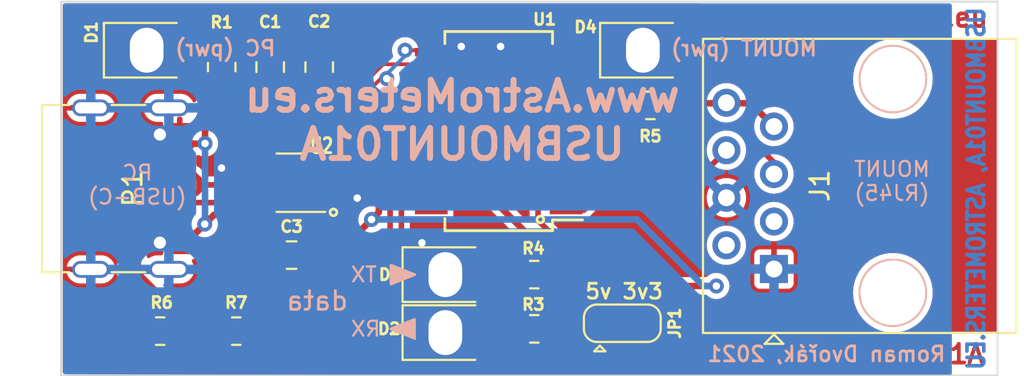
<source format=kicad_pcb>
(kicad_pcb (version 20221018) (generator pcbnew)
  (layers (0 "F.Cu" signal) (31 "B.Cu" signal) (34 "B.Paste" user) (35 "F.Paste" user) (36 "B.SilkS" user "B.Silkscreen") (37 "F.SilkS" user "F.Silkscreen") (38 "B.Mask" user) (39 "F.Mask" user) (44 "Edge.Cuts" user))
  (net 0 "")
  (net 1 "GND")
  (net 2 "Net-(D1-A)")
  (net 3 "/D+")
  (net 4 "/D-")
  (net 5 "Net-(D2-A)")
  (net 6 "Net-(D3-A)")
  (net 7 "Net-(D4-A)")
  (net 8 "Net-(JP1-C)")
  (net 9 "Net-(P1-CC1)")
  (net 11 "+12V")
  (net 12 "RXD")
  (net 13 "TXD")
  (net 14 "+5V")
  (net 15 "+3V3")
  (net 16 "Net-(P1-CC2)")
  (net 27 "/LED_RX")
  (net 28 "/LED_TX")
  (net 29 "/Di+")
  (net 30 "/Di-")
  (footprint "Capacitor_SMD:C_0805_2012Metric_Pad1.18x1.45mm_HandSolder" (layer "F.Cu") (at 137.414 82.4015 -90)
    (fp_text reference "C2" (at -2.4345 0) (layer "F.SilkS") (effects (font (size 0.6 0.6))))
    (fp_text value "0.1uF")
    (fp_line (start -0.261252 -0.735) (end 0.261252 -0.735) (stroke (width 0.12)) (layer "F.SilkS"))
    (fp_line (start -0.261252 0.735) (end 0.261252 0.735) (stroke (width 0.12)) (layer "F.SilkS"))
    (pad "1" smd roundrect (at -1.0375 0 270) (size 1.175 1.45) (layers "F.Cu" "F.Paste" "F.Mask") (roundrect_rratio 0.2127659574) (net 14 "+5V"))
    (pad "2" smd roundrect (at 1.0375 0 270) (size 1.175 1.45) (layers "F.Cu" "F.Paste" "F.Mask") (roundrect_rratio 0.2127659574) (net 1 "GND"))
  )
  (footprint "Resistor_SMD:R_0805_2012Metric_Pad1.20x1.40mm_HandSolder" (layer "F.Cu") (at 155.1 84.45 180)
    (fp_text reference "R5" (at 0 -1.65 180) (layer "F.SilkS") (effects (font (size 0.6 0.6))))
    (fp_text value "1k")
    (fp_line (start -0.227064 -0.735) (end 0.227064 -0.735) (stroke (width 0.12)) (layer "F.SilkS"))
    (fp_line (start -0.227064 0.735) (end 0.227064 0.735) (stroke (width 0.12)) (layer "F.SilkS"))
    (pad "1" smd roundrect (at -1 0 180) (size 1.2 1.4) (layers "F.Cu" "F.Paste" "F.Mask") (roundrect_rratio 0.2083333333) (net 11 "+12V"))
    (pad "2" smd roundrect (at 1 0 180) (size 1.2 1.4) (layers "F.Cu" "F.Paste" "F.Mask") (roundrect_rratio 0.2083333333) (net 7 "Net-(D4-A)"))
  )
  (footprint "Package_SO:SSOP-28_5.3x10.2mm_P0.65mm" (layer "F.Cu") (at 147 85.825 180)
    (fp_text reference "U1" (at -2.45 5.975) (layer "F.SilkS") (effects (font (size 0.6 0.6))))
    (fp_text value "FT232RL")
    (fp_line (start -2.875 -5.325) (end -2.875 -4.75) (stroke (width 0.15)) (layer "F.SilkS"))
    (fp_line (start -2.875 -5.325) (end 2.875 -5.325) (stroke (width 0.15)) (layer "F.SilkS"))
    (fp_line (start -2.875 -4.75) (end -4.475 -4.75) (stroke (width 0.15)) (layer "F.SilkS"))
    (fp_line (start -2.875 5.325) (end -2.875 4.675) (stroke (width 0.15)) (layer "F.SilkS"))
    (fp_line (start -2.875 5.325) (end 2.875 5.325) (stroke (width 0.15)) (layer "F.SilkS"))
    (fp_line (start 2.875 -5.325) (end 2.875 -4.675) (stroke (width 0.15)) (layer "F.SilkS"))
    (fp_line (start 2.875 5.325) (end 2.875 4.675) (stroke (width 0.15)) (layer "F.SilkS"))
    (pad "1" smd rect (at -3.6 -4.225 180) (size 1.75 0.45) (layers "F.Cu" "F.Paste" "F.Mask") (net 13 "TXD"))
    (pad "2" smd rect (at -3.6 -3.575 180) (size 1.75 0.45) (layers "F.Cu" "F.Paste" "F.Mask"))
    (pad "3" smd rect (at -3.6 -2.925 180) (size 1.75 0.45) (layers "F.Cu" "F.Paste" "F.Mask"))
    (pad "4" smd rect (at -3.6 -2.275 180) (size 1.75 0.45) (layers "F.Cu" "F.Paste" "F.Mask") (net 8 "Net-(JP1-C)"))
    (pad "5" smd rect (at -3.6 -1.625 180) (size 1.75 0.45) (layers "F.Cu" "F.Paste" "F.Mask") (net 12 "RXD"))
    (pad "6" smd rect (at -3.6 -0.975 180) (size 1.75 0.45) (layers "F.Cu" "F.Paste" "F.Mask"))
    (pad "7" smd rect (at -3.6 -0.325 180) (size 1.75 0.45) (layers "F.Cu" "F.Paste" "F.Mask") (net 1 "GND"))
    (pad "8" smd rect (at -3.6 0.325 180) (size 1.75 0.45) (layers "F.Cu" "F.Paste" "F.Mask"))
    (pad "9" smd rect (at -3.6 0.975 180) (size 1.75 0.45) (layers "F.Cu" "F.Paste" "F.Mask"))
    (pad "10" smd rect (at -3.6 1.625 180) (size 1.75 0.45) (layers "F.Cu" "F.Paste" "F.Mask"))
    (pad "11" smd rect (at -3.6 2.275 180) (size 1.75 0.45) (layers "F.Cu" "F.Paste" "F.Mask"))
    (pad "12" smd rect (at -3.6 2.925 180) (size 1.75 0.45) (layers "F.Cu" "F.Paste" "F.Mask"))
    (pad "13" smd rect (at -3.6 3.575 180) (size 1.75 0.45) (layers "F.Cu" "F.Paste" "F.Mask"))
    (pad "14" smd rect (at -3.6 4.225 180) (size 1.75 0.45) (layers "F.Cu" "F.Paste" "F.Mask"))
    (pad "15" smd rect (at 3.6 4.225 180) (size 1.75 0.45) (layers "F.Cu" "F.Paste" "F.Mask") (net 29 "/Di+"))
    (pad "16" smd rect (at 3.6 3.575 180) (size 1.75 0.45) (layers "F.Cu" "F.Paste" "F.Mask") (net 30 "/Di-"))
    (pad "17" smd rect (at 3.6 2.925 180) (size 1.75 0.45) (layers "F.Cu" "F.Paste" "F.Mask") (net 15 "+3V3"))
    (pad "18" smd rect (at 3.6 2.275 180) (size 1.75 0.45) (layers "F.Cu" "F.Paste" "F.Mask") (net 1 "GND"))
    (pad "19" smd rect (at 3.6 1.625 180) (size 1.75 0.45) (layers "F.Cu" "F.Paste" "F.Mask"))
    (pad "20" smd rect (at 3.6 0.975 180) (size 1.75 0.45) (layers "F.Cu" "F.Paste" "F.Mask") (net 14 "+5V"))
    (pad "21" smd rect (at 3.6 0.325 180) (size 1.75 0.45) (layers "F.Cu" "F.Paste" "F.Mask") (net 1 "GND"))
    (pad "22" smd rect (at 3.6 -0.325 180) (size 1.75 0.45) (layers "F.Cu" "F.Paste" "F.Mask") (net 27 "/LED_RX"))
    (pad "23" smd rect (at 3.6 -0.975 180) (size 1.75 0.45) (layers "F.Cu" "F.Paste" "F.Mask") (net 28 "/LED_TX"))
    (pad "24" smd rect (at 3.6 -1.625 180) (size 1.75 0.45) (layers "F.Cu" "F.Paste" "F.Mask"))
    (pad "25" smd rect (at 3.6 -2.275 180) (size 1.75 0.45) (layers "F.Cu" "F.Paste" "F.Mask") (net 1 "GND"))
    (pad "26" smd rect (at 3.6 -2.925 180) (size 1.75 0.45) (layers "F.Cu" "F.Paste" "F.Mask") (net 1 "GND"))
    (pad "27" smd rect (at 3.6 -3.575 180) (size 1.75 0.45) (layers "F.Cu" "F.Paste" "F.Mask"))
    (pad "28" smd rect (at 3.6 -4.225 180) (size 1.75 0.45) (layers "F.Cu" "F.Paste" "F.Mask"))
  )
  (footprint "LED_SMD:LED_1206_3216Metric_ReverseMount_Hole1.8x2.4mm" (layer "F.Cu") (at 128.2 81.5)
    (fp_text reference "D1" (at -2.95 -0.95 90) (layer "F.SilkS") (effects (font (size 0.6 0.6))))
    (fp_text value "RED")
    (fp_line (start -2.285 -1.46) (end -2.285 1.46) (stroke (width 0.12)) (layer "F.SilkS"))
    (fp_line (start -2.285 1.46) (end 1.6 1.46) (stroke (width 0.12)) (layer "F.SilkS"))
    (fp_line (start 1.6 -1.46) (end -2.285 -1.46) (stroke (width 0.12)) (layer "F.SilkS"))
    (pad "" np_thru_hole oval (at 0 0) (size 1.8 2.4) (drill oval 1.8 2.4) (layers "*.Cu" "*.Mask"))
    (pad "1" smd roundrect (at -1.55 0) (size 0.95 1.75) (layers "F.Cu" "F.Paste" "F.Mask") (roundrect_rratio 0.2) (net 1 "GND"))
    (pad "2" smd roundrect (at 1.55 0) (size 0.95 1.75) (layers "F.Cu" "F.Paste" "F.Mask") (roundrect_rratio 0.2) (net 2 "Net-(D1-A)"))
  )
  (footprint "Package_TO_SOT_SMD:SOT-23-6" (layer "F.Cu") (at 135.9375 88.585 180)
    (fp_text reference "U2" (at -1.6035 1.971) (layer "F.SilkS") (effects (font (size 0.8 0.6))))
    (fp_text value "USBLC6-2SC6")
    (fp_line (start 0 -1.56) (end -1.8 -1.56) (stroke (width 0.12)) (layer "F.SilkS"))
    (fp_line (start 0 -1.56) (end 0.8 -1.56) (stroke (width 0.12)) (layer "F.SilkS"))
    (fp_line (start 0 1.56) (end -0.8 1.56) (stroke (width 0.12)) (layer "F.SilkS"))
    (fp_line (start 0 1.56) (end 0.8 1.56) (stroke (width 0.12)) (layer "F.SilkS"))
    (pad "1" smd roundrect (at -1.1375 -0.95 180) (size 1.325 0.6) (layers "F.Cu" "F.Paste" "F.Mask") (net 29 "/Di+"))
    (pad "2" smd roundrect (at -1.1375 0 180) (size 1.325 0.6) (layers "F.Cu" "F.Paste" "F.Mask") (net 1 "GND"))
    (pad "3" smd roundrect (at -1.1375 0.95 180) (size 1.325 0.6) (layers "F.Cu" "F.Paste" "F.Mask") (net 30 "/Di-"))
    (pad "4" smd roundrect (at 1.1375 0.95 180) (size 1.325 0.6) (layers "F.Cu" "F.Paste" "F.Mask") (net 4 "/D-"))
    (pad "5" smd roundrect (at 1.1375 0 180) (size 1.325 0.6) (layers "F.Cu" "F.Paste" "F.Mask") (net 14 "+5V"))
    (pad "6" smd roundrect (at 1.1375 -0.95 180) (size 1.325 0.6) (layers "F.Cu" "F.Paste" "F.Mask") (net 3 "/D+"))
  )
  (footprint "LED_SMD:LED_1206_3216Metric_ReverseMount_Hole1.8x2.4mm" (layer "F.Cu") (at 144.15 96.6)
    (fp_text reference "D2" (at -3 -0.2 180) (layer "F.SilkS") (effects (font (size 0.6 0.6))))
    (fp_text value "ORANGE")
    (fp_line (start -2.285 -1.46) (end -2.285 1.46) (stroke (width 0.12)) (layer "F.SilkS"))
    (fp_line (start -2.285 1.46) (end 1.6 1.46) (stroke (width 0.12)) (layer "F.SilkS"))
    (fp_line (start 1.6 -1.46) (end -2.285 -1.46) (stroke (width 0.12)) (layer "F.SilkS"))
    (pad "" np_thru_hole oval (at 0 0) (size 1.8 2.4) (drill oval 1.8 2.4) (layers "*.Cu" "*.Mask"))
    (pad "1" smd roundrect (at -1.55 0) (size 0.95 1.75) (layers "F.Cu" "F.Paste" "F.Mask") (roundrect_rratio 0.2) (net 27 "/LED_RX"))
    (pad "2" smd roundrect (at 1.55 0) (size 0.95 1.75) (layers "F.Cu" "F.Paste" "F.Mask") (roundrect_rratio 0.2) (net 5 "Net-(D2-A)"))
  )
  (footprint "Resistor_SMD:R_0805_2012Metric_Pad1.20x1.40mm_HandSolder" (layer "F.Cu") (at 148.9 93.5 180)
    (fp_text reference "R4" (at 0.05 1.4) (layer "F.SilkS") (effects (font (size 0.6 0.6))))
    (fp_text value "240R")
    (fp_line (start -0.227064 -0.735) (end 0.227064 -0.735) (stroke (width 0.12)) (layer "F.SilkS"))
    (fp_line (start -0.227064 0.735) (end 0.227064 0.735) (stroke (width 0.12)) (layer "F.SilkS"))
    (pad "1" smd roundrect (at -1 0 180) (size 1.2 1.4) (layers "F.Cu" "F.Paste" "F.Mask") (roundrect_rratio 0.2083333333) (net 14 "+5V"))
    (pad "2" smd roundrect (at 1 0 180) (size 1.2 1.4) (layers "F.Cu" "F.Paste" "F.Mask") (roundrect_rratio 0.2083333333) (net 6 "Net-(D3-A)"))
  )
  (footprint "Capacitor_SMD:C_0805_2012Metric_Pad1.18x1.45mm_HandSolder" (layer "F.Cu") (at 134.7955 82.4015 -90)
    (fp_text reference "C1" (at -2.413 0 180) (layer "F.SilkS") (effects (font (size 0.6 0.6))))
    (fp_text value "4.7uF")
    (fp_line (start -0.261252 -0.735) (end 0.261252 -0.735) (stroke (width 0.12)) (layer "F.SilkS"))
    (fp_line (start -0.261252 0.735) (end 0.261252 0.735) (stroke (width 0.12)) (layer "F.SilkS"))
    (pad "1" smd roundrect (at -1.0375 0 270) (size 1.175 1.45) (layers "F.Cu" "F.Paste" "F.Mask") (roundrect_rratio 0.2127659574) (net 14 "+5V"))
    (pad "2" smd roundrect (at 1.0375 0 270) (size 1.175 1.45) (layers "F.Cu" "F.Paste" "F.Mask") (roundrect_rratio 0.2127659574) (net 1 "GND"))
  )
  (footprint "Resistor_SMD:R_0805_2012Metric_Pad1.20x1.40mm_HandSolder" (layer "F.Cu") (at 132.985 96.52)
    (fp_text reference "R7" (at 0 -1.52) (layer "F.SilkS") (effects (font (size 0.6 0.6))))
    (fp_text value "5k1")
    (fp_line (start -0.227064 -0.735) (end 0.227064 -0.735) (stroke (width 0.12)) (layer "F.SilkS"))
    (fp_line (start -0.227064 0.735) (end 0.227064 0.735) (stroke (width 0.12)) (layer "F.SilkS"))
    (pad "1" smd roundrect (at -1 0) (size 1.2 1.4) (layers "F.Cu" "F.Paste" "F.Mask") (roundrect_rratio 0.2083333333) (net 16 "Net-(P1-CC2)"))
    (pad "2" smd roundrect (at 1 0) (size 1.2 1.4) (layers "F.Cu" "F.Paste" "F.Mask") (roundrect_rratio 0.2083333333) (net 1 "GND"))
  )
  (footprint "Connector_USB:USB_C_Receptacle_Palconn_UTC16-G" (layer "F.Cu") (at 127.455 88.9 -90)
    (fp_text reference "P1" (at 0 0.005 90) (layer "F.SilkS"))
    (fp_text value " USB4105-GF-A")
    (fp_line (start -4.47 -0.67) (end -4.47 1.13) (stroke (width 0.12)) (layer "F.SilkS"))
    (fp_line (start -4.47 4.84) (end -4.47 3.38) (stroke (width 0.12)) (layer "F.SilkS"))
    (fp_line (start 4.47 -0.67) (end 4.47 1.13) (stroke (width 0.12)) (layer "F.SilkS"))
    (fp_line (start 4.47 4.84) (end -4.47 4.84) (stroke (width 0.12)) (layer "F.SilkS"))
    (fp_line (start 4.47 4.84) (end 4.47 3.38) (stroke (width 0.12)) (layer "F.SilkS"))
    (pad "" np_thru_hole circle (at -2.89 -1.45 90) (size 0.65 0.65) (drill 0.65) (layers "F&B.Cu" "*.Mask"))
    (pad "" np_thru_hole circle (at 2.89 -1.45 270) (size 0.65 0.65) (drill 0.65) (layers "F&B.Cu" "*.Mask"))
    (pad "A1" smd rect (at -3.2 -2.51 270) (size 0.6 1.16) (layers "F.Cu" "F.Paste" "F.Mask") (net 1 "GND"))
    (pad "A4" smd rect (at -2.4 -2.51 270) (size 0.6 1.16) (layers "F.Cu" "F.Paste" "F.Mask") (net 14 "+5V"))
    (pad "A5" smd rect (at -1.25 -2.51 90) (size 0.3 1.16) (layers "F.Cu" "F.Paste" "F.Mask") (net 9 "Net-(P1-CC1)"))
    (pad "A6" smd rect (at -0.25 -2.51 90) (size 0.3 1.16) (layers "F.Cu" "F.Paste" "F.Mask") (net 3 "/D+"))
    (pad "A7" smd rect (at 0.25 -2.51 90) (size 0.3 1.16) (layers "F.Cu" "F.Paste" "F.Mask") (net 4 "/D-"))
    (pad "A8" smd rect (at 1.25 -2.51 90) (size 0.3 1.16) (layers "F.Cu" "F.Paste" "F.Mask"))
    (pad "A9" smd rect (at 2.4 -2.51 270) (size 0.6 1.16) (layers "F.Cu" "F.Paste" "F.Mask") (net 14 "+5V"))
    (pad "A12" smd rect (at 3.2 -2.51 270) (size 0.6 1.16) (layers "F.Cu" "F.Paste" "F.Mask") (net 1 "GND"))
    (pad "B1" smd rect (at 3.2 -2.51 270) (size 0.6 1.16) (layers "F.Cu" "F.Paste" "F.Mask") (net 1 "GND"))
    (pad "B4" smd rect (at 2.4 -2.51 270) (size 0.6 1.16) (layers "F.Cu" "F.Paste" "F.Mask") (net 14 "+5V"))
    (pad "B5" smd rect (at 1.75 -2.51 90) (size 0.3 1.16) (layers "F.Cu" "F.Paste" "F.Mask") (net 16 "Net-(P1-CC2)"))
    (pad "B6" smd rect (at 0.75 -2.51 90) (size 0.3 1.16) (layers "F.Cu" "F.Paste" "F.Mask") (net 3 "/D+"))
    (pad "B7" smd rect (at -0.75 -2.51 90) (size 0.3 1.16) (layers "F.Cu" "F.Paste" "F.Mask") (net 4 "/D-"))
    (pad "B8" smd rect (at -1.75 -2.51 90) (size 0.3 1.16) (layers "F.Cu" "F.Paste" "F.Mask"))
    (pad "B9" smd rect (at -2.4 -2.51 270) (size 0.6 1.16) (layers "F.Cu" "F.Paste" "F.Mask") (net 14 "+5V"))
    (pad "B12" smd rect (at -3.2 -2.51 270) (size 0.6 1.16) (layers "F.Cu" "F.Paste" "F.Mask") (net 1 "GND"))
    (pad "S1" thru_hole oval (at -4.32 -1.93) (size 2.1 0.9) (drill oval 1.8 0.6) (layers "*.Cu" "*.Mask") (net 1 "GND"))
    (pad "S1" thru_hole oval (at -4.32 2.24) (size 2 0.9) (drill oval 1.7 0.6) (layers "*.Cu" "*.Mask") (net 1 "GND"))
    (pad "S1" thru_hole oval (at 4.32 -1.93) (size 2.1 0.9) (drill oval 1.8 0.6) (layers "*.Cu" "*.Mask") (net 1 "GND"))
    (pad "S1" thru_hole oval (at 4.32 2.24) (size 2 0.9) (drill oval 1.7 0.6) (layers "*.Cu" "*.Mask") (net 1 "GND"))
  )
  (footprint "Resistor_SMD:R_0805_2012Metric_Pad1.20x1.40mm_HandSolder" (layer "F.Cu") (at 128.921 96.52 180)
    (fp_text reference "R6" (at -0.079 1.52) (layer "F.SilkS") (effects (font (size 0.6 0.6))))
    (fp_text value "5k1")
    (fp_line (start -0.227064 -0.735) (end 0.227064 -0.735) (stroke (width 0.12)) (layer "F.SilkS"))
    (fp_line (start -0.227064 0.735) (end 0.227064 0.735) (stroke (width 0.12)) (layer "F.SilkS"))
    (pad "1" smd roundrect (at -1 0 180) (size 1.2 1.4) (layers "F.Cu" "F.Paste" "F.Mask") (roundrect_rratio 0.2083333333) (net 9 "Net-(P1-CC1)"))
    (pad "2" smd roundrect (at 1 0 180) (size 1.2 1.4) (layers "F.Cu" "F.Paste" "F.Mask") (roundrect_rratio 0.2083333333) (net 1 "GND"))
  )
  (footprint "Jumper:SolderJumper-3_P1.3mm_Bridged12_RoundedPad1.0x1.5mm" (layer "F.Cu") (at 153.6 96.1)
    (fp_text reference "JP1" (at 2.8 0 90) (layer "F.SilkS") (effects (font (size 0.6 0.6))))
    (fp_text value "SolderJumper_3_Bridged12" hide)
    (fp_poly (pts (xy -0.9 -0.3) (xy -0.4 -0.3) (xy -0.4 0.3) (xy -0.9 0.3)) (fill solid) (layer "F.Cu"))
    (fp_line (start -2.05 0.3) (end -2.05 -0.3) (stroke (width 0.12)) (layer "F.SilkS"))
    (fp_line (start -1.5 1.5) (end -0.9 1.5) (stroke (width 0.12)) (layer "F.SilkS"))
    (fp_line (start -1.4 -1) (end 1.4 -1) (stroke (width 0.12)) (layer "F.SilkS"))
    (fp_line (start -1.2 1.2) (end -1.5 1.5) (stroke (width 0.12)) (layer "F.SilkS"))
    (fp_line (start -1.2 1.2) (end -0.9 1.5) (stroke (width 0.12)) (layer "F.SilkS"))
    (fp_line (start 1.4 1) (end -1.4 1) (stroke (width 0.12)) (layer "F.SilkS"))
    (fp_line (start 2.05 -0.3) (end 2.05 0.3) (stroke (width 0.12)) (layer "F.SilkS"))
    (fp_arc (start -2.05 -0.3) (mid -1.844975 -0.794975) (end -1.35 -1) (stroke (width 0.12)) (layer "F.SilkS"))
    (fp_arc (start -1.35 1) (mid -1.844975 0.794975) (end -2.05 0.3) (stroke (width 0.12)) (layer "F.SilkS"))
    (fp_arc (start 1.35 -1) (mid 1.844975 -0.794975) (end 2.05 -0.3) (stroke (width 0.12)) (layer "F.SilkS"))
    (fp_arc (start 2.05 0.3) (mid 1.844975 0.794975) (end 1.35 1) (stroke (width 0.12)) (layer "F.SilkS"))
    (pad "1" smd custom (at -1.3 0) (size 1 0.5) (layers "F.Cu" "F.Mask") (net 14 "+5V") (options (clearance outline) (anchor rect)) (primitives (gr_circle (center 0 0.25) (end 0.5 0.25) (width 0) (fill yes)) (gr_circle (center 0 -0.25) (end 0.5 -0.25) (width 0) (fill yes)) (gr_poly (pts (xy 0.55 -0.75) (xy 0 -0.75) (xy 0 0.75) (xy 0.55 0.75)) (width 0) (fill yes))))
    (pad "2" smd rect (at 0 0) (size 1 1.5) (layers "F.Cu" "F.Mask") (net 8 "Net-(JP1-C)"))
    (pad "3" smd custom (at 1.3 0) (size 1 0.5) (layers "F.Cu" "F.Mask") (net 15 "+3V3") (options (clearance outline) (anchor rect)) (primitives (gr_circle (center 0 0.25) (end 0.5 0.25) (width 0) (fill yes)) (gr_circle (center 0 -0.25) (end 0.5 -0.25) (width 0) (fill yes)) (gr_poly (pts (xy -0.55 -0.75) (xy 0 -0.75) (xy 0 0.75) (xy -0.55 0.75)) (width 0) (fill yes))))
  )
  (footprint "Resistor_SMD:R_0805_2012Metric_Pad1.20x1.40mm_HandSolder" (layer "F.Cu") (at 132.207 82.4015 90)
    (fp_text reference "R1" (at 2.3915 0 180) (layer "F.SilkS") (effects (font (size 0.6 0.6))))
    (fp_text value "300R")
    (fp_line (start -0.227064 -0.735) (end 0.227064 -0.735) (stroke (width 0.12)) (layer "F.SilkS"))
    (fp_line (start -0.227064 0.735) (end 0.227064 0.735) (stroke (width 0.12)) (layer "F.SilkS"))
    (pad "1" smd roundrect (at -1 0 90) (size 1.2 1.4) (layers "F.Cu" "F.Paste" "F.Mask") (roundrect_rratio 0.2083333333) (net 14 "+5V"))
    (pad "2" smd roundrect (at 1 0 90) (size 1.2 1.4) (layers "F.Cu" "F.Paste" "F.Mask") (roundrect_rratio 0.2083333333) (net 2 "Net-(D1-A)"))
  )
  (footprint "Resistor_SMD:R_0805_2012Metric_Pad1.20x1.40mm_HandSolder" (layer "F.Cu") (at 148.9 96.4 180)
    (fp_text reference "R3" (at 0.05 1.3) (layer "F.SilkS") (effects (font (size 0.6 0.6))))
    (fp_text value "240R")
    (fp_line (start -0.227064 -0.735) (end 0.227064 -0.735) (stroke (width 0.12)) (layer "F.SilkS"))
    (fp_line (start -0.227064 0.735) (end 0.227064 0.735) (stroke (width 0.12)) (layer "F.SilkS"))
    (pad "1" smd roundrect (at -1 0 180) (size 1.2 1.4) (layers "F.Cu" "F.Paste" "F.Mask") (roundrect_rratio 0.2083333333) (net 14 "+5V"))
    (pad "2" smd roundrect (at 1 0 180) (size 1.2 1.4) (layers "F.Cu" "F.Paste" "F.Mask") (roundrect_rratio 0.2083333333) (net 5 "Net-(D2-A)"))
  )
  (footprint "LED_SMD:LED_1206_3216Metric_ReverseMount_Hole1.8x2.4mm" (layer "F.Cu") (at 154.7 81.5)
    (fp_text reference "D4" (at -3.062 -1.236 180) (layer "F.SilkS") (effects (font (size 0.6 0.6))))
    (fp_text value "RED")
    (fp_line (start -2.285 -1.46) (end -2.285 1.46) (stroke (width 0.12)) (layer "F.SilkS"))
    (fp_line (start -2.285 1.46) (end 1.6 1.46) (stroke (width 0.12)) (layer "F.SilkS"))
    (fp_line (start 1.6 -1.46) (end -2.285 -1.46) (stroke (width 0.12)) (layer "F.SilkS"))
    (pad "" np_thru_hole oval (at 0 0) (size 1.8 2.4) (drill oval 1.8 2.4) (layers "*.Cu" "*.Mask"))
    (pad "1" smd roundrect (at -1.55 0) (size 0.95 1.75) (layers "F.Cu" "F.Paste" "F.Mask") (roundrect_rratio 0.2) (net 1 "GND"))
    (pad "2" smd roundrect (at 1.55 0) (size 0.95 1.75) (layers "F.Cu" "F.Paste" "F.Mask") (roundrect_rratio 0.2) (net 7 "Net-(D4-A)"))
  )
  (footprint "Connector_RJ:RJ45_OST_PJ012-8P8CX_Vertical" (layer "F.Cu") (at 161.7 93.2 90)
    (fp_text reference "J1" (at 4.45 2.45 90) (layer "F.SilkS"))
    (fp_text value "RJ45")
    (fp_line (start -4 -0.5) (end -4 0.5) (stroke (width 0.12)) (layer "F.SilkS"))
    (fp_line (start -4 0.5) (end -3.5 0) (stroke (width 0.12)) (layer "F.SilkS"))
    (fp_line (start -3.5 0) (end -4 -0.5) (stroke (width 0.12)) (layer "F.SilkS"))
    (fp_line (start -3.42 -3.79) (end -3.42 12.95) (stroke (width 0.12)) (layer "F.SilkS"))
    (fp_line (start 12.3 -3.79) (end -3.42 -3.79) (stroke (width 0.12)) (layer "F.SilkS"))
    (fp_line (start 12.31 -3.79) (end 12.31 12.95) (stroke (width 0.12)) (layer "F.SilkS"))
    (fp_line (start 12.31 12.95) (end -3.42 12.95) (stroke (width 0.12)) (layer "F.SilkS"))
    (pad "" np_thru_hole circle (at -1.27 6.35 90) (size 3.65 3.65) (drill 3.45) (layers "*.Cu" "*.SilkS" "*.Mask"))
    (pad "" np_thru_hole circle (at 10.16 6.35 90) (size 3.65 3.65) (drill 3.45) (layers "*.Cu" "*.SilkS" "*.Mask"))
    (pad "1" thru_hole rect (at 0 0 90) (size 1.5 1.5) (drill 0.9) (layers "*.Cu" "*.Mask") (net 1 "GND"))
    (pad "2" thru_hole circle (at 1.27 -2.54 90) (size 1.5 1.5) (drill 0.9) (layers "*.Cu" "*.Mask"))
    (pad "3" thru_hole circle (at 2.54 0 90) (size 1.5 1.5) (drill 0.9) (layers "*.Cu" "*.Mask"))
    (pad "4" thru_hole circle (at 3.81 -2.54 90) (size 1.5 1.5) (drill 0.9) (layers "*.Cu" "*.Mask") (net 1 "GND"))
    (pad "5" thru_hole circle (at 5.08 0 90) (size 1.5 1.5) (drill 0.9) (layers "*.Cu" "*.Mask") (net 12 "RXD"))
    (pad "6" thru_hole circle (at 6.35 -2.54 90) (size 1.5 1.5) (drill 0.9) (layers "*.Cu" "*.Mask") (net 13 "TXD"))
    (pad "7" thru_hole circle (at 7.62 0 90) (size 1.5 1.5) (drill 0.9) (layers "*.Cu" "*.Mask") (net 11 "+12V"))
    (pad "8" thru_hole circle (at 8.89 -2.54 90) (size 1.5 1.5) (drill 0.9) (layers "*.Cu" "*.Mask") (net 11 "+12V"))
  )
  (footprint "LED_SMD:LED_1206_3216Metric_ReverseMount_Hole1.8x2.4mm" (layer "F.Cu") (at 144.15 93.5)
    (fp_text reference "D3" (at -2.95 0 180) (layer "F.SilkS") (effects (font (size 0.6 0.6))))
    (fp_text value "ORANGE")
    (fp_line (start -2.285 -1.46) (end -2.285 1.46) (stroke (width 0.12)) (layer "F.SilkS"))
    (fp_line (start -2.285 1.46) (end 1.6 1.46) (stroke (width 0.12)) (layer "F.SilkS"))
    (fp_line (start 1.6 -1.46) (end -2.285 -1.46) (stroke (width 0.12)) (layer "F.SilkS"))
    (pad "" np_thru_hole oval (at 0 0) (size 1.8 2.4) (drill oval 1.8 2.4) (layers "*.Cu" "*.Mask"))
    (pad "1" smd roundrect (at -1.55 0) (size 0.95 1.75) (layers "F.Cu" "F.Paste" "F.Mask") (roundrect_rratio 0.2) (net 28 "/LED_TX"))
    (pad "2" smd roundrect (at 1.55 0) (size 0.95 1.75) (layers "F.Cu" "F.Paste" "F.Mask") (roundrect_rratio 0.2) (net 6 "Net-(D3-A)"))
  )
  (footprint "Capacitor_SMD:C_0805_2012Metric_Pad1.18x1.45mm_HandSolder" (layer "F.Cu") (at 135.9375 92.456 180)
    (fp_text reference "C3" (at 0 1.524) (layer "F.SilkS") (effects (font (size 0.6 0.6))))
    (fp_text value "4.7uF")
    (fp_line (start -0.261252 -0.735) (end 0.261252 -0.735) (stroke (width 0.12)) (layer "F.SilkS"))
    (fp_line (start -0.261252 0.735) (end 0.261252 0.735) (stroke (width 0.12)) (layer "F.SilkS"))
    (pad "1" smd roundrect (at -1.0375 0 180) (size 1.175 1.45) (layers "F.Cu" "F.Paste" "F.Mask") (roundrect_rratio 0.2127659574) (net 15 "+3V3"))
    (pad "2" smd roundrect (at 1.0375 0 180) (size 1.175 1.45) (layers "F.Cu" "F.Paste" "F.Mask") (roundrect_rratio 0.2127659574) (net 1 "GND"))
  )
  (gr_poly (pts (xy 141.25 96.4) (xy 142.5 95.9) (xy 142.5 96.9)) (stroke (width 0.15)) (fill solid) (layer "B.SilkS"))
  (gr_poly (pts (xy 142.5 93.5) (xy 141.25 94) (xy 141.25 93)) (stroke (width 0.15)) (fill solid) (layer "B.SilkS"))
  (gr_circle (center 149.225 90.551) (end 149.352 90.678) (stroke (width 0.15)) (fill none) (layer "F.SilkS"))
  (gr_circle (center 138.176 90.17) (end 138.303 90.297) (stroke (width 0.15)) (fill none) (layer "F.SilkS"))
  (gr_rect (start 123.631 78.9035) (end 173.637 98.8965) (stroke (width 0.1)) (fill none) (layer "Edge.Cuts"))
  (gr_text "www.astrometers.eu" (at 165.75 79.75) (layer "F.Cu") (effects (font (size 1 1) (thickness 0.2))))
  (gr_text "USBMOUNT01A" (at 167.5 97.75) (layer "F.Cu") (effects (font (size 1 1) (thickness 0.2))))
  (gr_text "USBMOUNT01A, ASTROMETERS.EU" (at 172.5 88.9 90) (layer "B.Cu") (effects (font (size 0.9 0.78) (thickness 0.195)) (justify mirror)))
  (gr_text "MOUNT\n(RJ45)" (at 168 88.5) (layer "B.SilkS") (effects (font (size 0.8 0.8) (thickness 0.12)) (justify mirror)))
  (gr_text "RX" (at 139.9 96.4) (layer "B.SilkS") (effects (font (size 0.8 0.8) (thickness 0.12)) (justify mirror)))
  (gr_text "data" (at 137.3 94.9) (layer "B.SilkS") (effects (font (size 1 1)) (justify mirror)))
  (gr_text "MOUNT (pwr)" (at 160.1 81.4) (layer "B.SilkS") (effects (font (size 0.8 0.8)) (justify mirror)))
  (gr_text "PC (pwr)" (at 132.4 81.4) (layer "B.SilkS") (effects (font (size 0.8 0.8)) (justify mirror)))
  (gr_text "www.AstroMeters.eu\nUSBMOUNT01A" (at 145.05 85.25) (layer "B.SilkS") (effects (font (size 1.6 1.6) (thickness 0.32)) (justify mirror)))
  (gr_text "Roman Dvořák, 2021" (at 164.5 97.75) (layer "B.SilkS") (effects (font (size 0.8 0.8)) (justify mirror)))
  (gr_text "PC\n(USB-C)" (at 127.7 88.7) (layer "B.SilkS") (effects (font (size 0.8 0.8) (thickness 0.12)) (justify mirror)))
  (gr_text "TX\n" (at 139.8 93.5) (layer "B.SilkS") (effects (font (size 0.8 0.8) (thickness 0.12)) (justify mirror)))
  (gr_text "5v 3v3" (at 153.7 94.4) (layer "F.SilkS") (effects (font (size 0.8 0.8))))
  (segment (start 136.4125 88.585) (end 135.89 88.0625) (width 0.35) (layer "F.Cu") (net 1))
  (segment (start 137.075 88.585) (end 136.4125 88.585) (width 0.35) (layer "F.Cu") (net 1))
  (via (at 145 81.3) (size 0.8) (drill 0.4) (layers "F.Cu" "B.Cu") (net 1))
  (via (at 139.446 89.408) (size 0.8) (drill 0.4) (layers "F.Cu" "B.Cu") (net 1))
  (via (at 142.9 91.8) (size 0.8) (drill 0.4) (layers "F.Cu" "B.Cu") (net 1))
  (via (at 147.1 81.3) (size 0.8) (drill 0.4) (layers "F.Cu" "B.Cu") (net 1))
  (via (at 132.2 87.8) (size 0.8) (drill 0.4) (layers "F.Cu" "B.Cu") (net 1))
  (segment (start 129.938 81.5) (end 131.9925 81.5) (width 0.3) (layer "F.Cu") (net 2))
  (segment (start 129.965 89.65) (end 134.71 89.65) (width 0.3) (layer "F.Cu") (net 3))
  (segment (start 129.965 89.64) (end 129.975 89.65) (width 0.3) (layer "F.Cu") (net 3))
  (segment (start 129.185 89.64) (end 129.965 89.64) (width 0.3) (layer "F.Cu") (net 3))
  (segment (start 129.185 88.64) (end 129 88.825) (width 0.3) (layer "F.Cu") (net 3))
  (segment (start 129.965 88.64) (end 129.185 88.64) (width 0.3) (layer "F.Cu") (net 3))
  (segment (start 134.71 89.65) (end 134.825 89.535) (width 0.3) (layer "F.Cu") (net 3))
  (segment (start 129 89.455) (end 129.185 89.64) (width 0.3) (layer "F.Cu") (net 3))
  (segment (start 129 88.825) (end 129 89.455) (width 0.3) (layer "F.Cu") (net 3))
  (segment (start 131 88.7) (end 131 88.4) (width 0.3) (layer "F.Cu") (net 4))
  (segment (start 134.034 87.635) (end 132.969 88.7) (width 0.3) (layer "F.Cu") (net 4))
  (segment (start 134.8 87.635) (end 134.034 87.635) (width 0.3) (layer "F.Cu") (net 4))
  (segment (start 129.965 89.14) (end 130.86 89.14) (width 0.3) (layer "F.Cu") (net 4))
  (segment (start 131 89) (end 131 88.7) (width 0.3) (layer "F.Cu") (net 4))
  (segment (start 130.86 89.14) (end 131 89) (width 0.3) (layer "F.Cu") (net 4))
  (segment (start 131 88.4) (end 130.74 88.14) (width 0.3) (layer "F.Cu") (net 4))
  (segment (start 132.969 88.7) (end 131 88.7) (width 0.3) (layer "F.Cu") (net 4))
  (segment (start 130.74 88.14) (end 129.965 88.14) (width 0.3) (layer "F.Cu") (net 4))
  (segment (start 147.7 96.4) (end 145.75 96.4) (width 0.3) (layer "F.Cu") (net 5))
  (segment (start 145.7 93.5) (end 147.7 93.5) (width 0.3) (layer "F.Cu") (net 6))
  (segment (start 154.1 84.45) (end 156.25 82.3) (width 0.3) (layer "F.Cu") (net 7))
  (segment (start 156.25 82.3) (end 156.25 81.5) (width 0.3) (layer "F.Cu") (net 7))
  (segment (start 153.6 95.1) (end 153.6 96.1) (width 0.3) (layer "F.Cu") (net 8))
  (segment (start 149.1 90.6) (end 153.6 95.1) (width 0.3) (layer "F.Cu") (net 8))
  (segment (start 150.6 88.1) (end 149.56588 88.1) (width 0.3) (layer "F.Cu") (net 8))
  (segment (start 149.56588 88.1) (end 149.1 88.56588) (width 0.3) (layer "F.Cu") (net 8))
  (segment (start 149.1 88.56588) (end 149.1 90.6) (width 0.3) (layer "F.Cu") (net 8))
  (segment (start 129.965 87.64) (end 129.11 87.64) (width 0.3) (layer "F.Cu") (net 9))
  (segment (start 128.4 90.2) (end 127.1 91.5) (width 0.3) (layer "F.Cu") (net 9))
  (segment (start 129.11 87.64) (end 128.4 88.35) (width 0.3) (layer "F.Cu") (net 9))
  (segment (start 127.1 91.5) (end 127.1 93.8) (width 0.3) (layer "F.Cu") (net 9))
  (segment (start 129.82 96.52) (end 129.921 96.52) (width 0.3) (layer "F.Cu") (net 9))
  (segment (start 128.4 88.35) (end 128.4 90.2) (width 0.3) (layer "F.Cu") (net 9))
  (segment (start 127.1 93.8) (end 129.82 96.52) (width 0.3) (layer "F.Cu") (net 9))
  (segment (start 160.4575 84.3375) (end 156.2375 84.3375) (width 0.35) (layer "F.Cu") (net 11))
  (segment (start 161.663 85.543) (end 160.4575 84.3375) (width 0.35) (layer "F.Cu") (net 11))
  (segment (start 158.397011 85.802989) (end 158.6 85.6) (width 0.3) (layer "F.Cu") (net 12))
  (segment (start 159.8 85.6) (end 161.7 87.5) (width 0.3) (layer "F.Cu") (net 12))
  (segment (start 156.75 87.45) (end 158.397011 85.802989) (width 0.3) (layer "F.Cu") (net 12))
  (segment (start 158.6 85.6) (end 159.8 85.6) (width 0.3) (layer "F.Cu") (net 12))
  (segment (start 150.6 87.45) (end 156.75 87.45) (width 0.3) (layer "F.Cu") (net 12))
  (segment (start 161.7 87.5) (end 161.7 88.12) (width 0.3) (layer "F.Cu") (net 12))
  (segment (start 157.86 88.15) (end 153.45 88.15) (width 0.3) (layer "F.Cu") (net 13))
  (segment (start 159.16 86.85) (end 157.86 88.15) (width 0.3) (layer "F.Cu") (net 13))
  (segment (start 151.55 90.05) (end 150.6 90.05) (width 0.3) (layer "F.Cu") (net 13))
  (segment (start 153.45 88.15) (end 151.55 90.05) (width 0.3) (layer "F.Cu") (net 13))
  (segment (start 145.288 80.01) (end 146.1 80.822) (width 0.35) (layer "F.Cu") (net 14))
  (segment (start 149.9 96.4) (end 149.9 93.5) (width 0.35) (layer "F.Cu") (net 14))
  (segment (start 138.768 80.01) (end 145.288 80.01) (width 0.35) (layer "F.Cu") (net 14))
  (segment (start 149.7 92.5) (end 146.1 88.9) (width 0.35) (layer "F.Cu") (net 14))
  (segment (start 146.1 88.9) (end 146.1 84.8) (width 0.35) (layer "F.Cu") (net 14))
  (segment (start 131.318 84.058) (end 131.953 83.423) (width 0.35) (layer "F.Cu") (net 14))
  (segment (start 135.6 90.3) (end 136 89.9) (width 0.35) (layer "F.Cu") (net 14))
  (segment (start 129.965 86.49) (end 130.679 86.49) (width 0.35) (layer "F.Cu") (net 14))
  (segment (start 130.669 86.5) (end 131.499 86.5) (width 0.35) (layer "F.Cu") (net 14))
  (segment (start 152.3 96.1) (end 150 96.1) (width 0.35) (layer "F.Cu") (net 14))
  (segment (start 146.1 80.822) (end 146.1 84.8) (width 0.35) (layer "F.Cu") (net 14))
  (segment (start 135.5725 88.585) (end 134.8 88.585) (width 0.35) (layer "F.Cu") (net 14))
  (segment (start 132.604 83.423) (end 134.747 81.28) (width 0.35) (layer "F.Cu") (net 14))
  (segment (start 131.3 90.8) (end 131.8 90.3) (width 0.35) (layer "F.Cu") (net 14))
  (segment (start 130.682 86.487) (end 130.669 86.5) (width 0.35) (layer "F.Cu") (net 14))
  (segment (start 136 89.0125) (end 135.5725 88.585) (width 0.35) (layer "F.Cu") (net 14))
  (segment (start 137.16 81.153) (end 134.874 81.153) (width 0.35) (layer "F.Cu") (net 14))
  (segment (start 131.318 86.487) (end 131.318 84.058) (width 0.35) (layer "F.Cu") (net 14))
  (segment (start 137.414 81.364) (end 138.768 80.01) (width 0.35) (layer "F.Cu") (net 14))
  (segment (start 150 96.1) (end 149.7 96.4) (width 0.35) (layer "F.Cu") (net 14))
  (segment (start 131.8 90.3) (end 135.6 90.3) (width 0.35) (layer "F.Cu") (net 14))
  (segment (start 146.1 88.9) (end 146.1 85) (width 0.35) (layer "F.Cu") (net 14))
  (segment (start 136 89.9) (end 136 89.0125) (width 0.35) (layer "F.Cu") (net 14))
  (segment (start 134.874 81.153) (end 134.747 81.28) (width 0.35) (layer "F.Cu") (net 14))
  (segment (start 129.975 91.3) (end 129.965 91.29) (width 0.35) (layer "F.Cu") (net 14))
  (segment (start 130.8 91.3) (end 131.3 90.8) (width 0.35) (layer "F.Cu") (net 14))
  (segment (start 130.555 86.614) (end 130.669 86.5) (width 0.35) (layer "F.Cu") (net 14))
  (segment (start 130.679 86.49) (end 130.682 86.487) (width 0.35) (layer "F.Cu") (net 14))
  (segment (start 130.8 91.3) (end 129.975 91.3) (width 0.35) (layer "F.Cu") (net 14))
  (segment (start 143.4 84.85) (end 146.05 84.85) (width 0.35) (layer "F.Cu") (net 14))
  (segment (start 146.05 84.85) (end 146.1 84.8) (width 0.35) (layer "F.Cu") (net 14))
  (segment (start 149.7 93.5) (end 149.7 92.5) (width 0.35) (layer "F.Cu") (net 14))
  (segment (start 131.953 83.423) (end 132.604 83.423) (width 0.35) (layer "F.Cu") (net 14))
  (via (at 131.318 86.487) (size 0.8) (drill 0.4) (layers "F.Cu" "B.Cu") (net 14))
  (via (at 131.3 90.8) (size 0.8) (drill 0.4) (layers "F.Cu" "B.Cu") (net 14))
  (segment (start 131.318 86.487) (end 131.318 90.782) (width 0.35) (layer "B.Cu") (net 14))
  (segment (start 131.318 90.782) (end 131.3 90.8) (width 0.35) (layer "B.Cu") (net 14))
  (segment (start 142.36588 82.9) (end 143.4 82.9) (width 0.35) (layer "F.Cu") (net 15))
  (segment (start 158.623 94.107) (end 156.893 94.107) (width 0.35) (layer "F.Cu") (net 15))
  (segment (start 154.9 96.1) (end 156.869 94.131) (width 0.35) (layer "F.Cu") (net 15))
  (segment (start 141.9 83.36588) (end 142.36588 82.9) (width 0.35) (layer "F.Cu") (net 15))
  (segment (start 140.6 90.159) (end 140.6 86.9) (width 0.35) (layer "F.Cu") (net 15))
  (segment (start 138.303 92.456) (end 136.975 92.456) (width 0.35) (layer "F.Cu") (net 15))
  (segment (start 141.9 85.6) (end 141.9 83.36588) (width 0.35) (layer "F.Cu") (net 15))
  (segment (start 140.208 90.551) (end 140.6 90.159) (width 0.35) (layer "F.Cu") (net 15))
  (segment (start 140.208 90.551) (end 138.303 92.456) (width 0.35) (layer "F.Cu") (net 15))
  (segment (start 140.6 86.9) (end 141.9 85.6) (width 0.35) (layer "F.Cu") (net 15))
  (segment (start 156.893 94.107) (end 156.869 94.131) (width 0.35) (layer "F.Cu") (net 15))
  (via (at 158.623 94.107) (size 0.8) (drill 0.4) (layers "F.Cu" "B.Cu") (net 15))
  (via (at 140.208 90.551) (size 0.8) (drill 0.4) (layers "F.Cu" "B.Cu") (net 15))
  (segment (start 154.378723 90.551) (end 157.934723 94.107) (width 0.35) (layer "B.Cu") (net 15))
  (segment (start 158.623 94.107) (end 157.934723 94.107) (width 0.35) (layer "B.Cu") (net 15))
  (segment (start 140.208 90.551) (end 154.378723 90.551) (width 0.35) (layer "B.Cu") (net 15))
  (segment (start 128.86 90.64) (end 127.75 91.75) (width 0.3) (layer "F.Cu") (net 16))
  (segment (start 129.965 90.64) (end 128.86 90.64) (width 0.3) (layer "F.Cu") (net 16))
  (segment (start 127.75 91.75) (end 127.75 93.414282) (width 0.3) (layer "F.Cu") (net 16))
  (segment (start 127.75 93.414282) (end 129.585718 95.25) (width 0.3) (layer "F.Cu") (net 16))
  (segment (start 131.985 96.235) (end 131.985 96.52) (width 0.3) (layer "F.Cu") (net 16))
  (segment (start 129.585718 95.25) (end 131 95.25) (width 0.3) (layer "F.Cu") (net 16))
  (segment (start 131 95.25) (end 131.985 96.235) (width 0.3) (layer "F.Cu") (net 16))
  (segment (start 142.35 86.15) (end 141.2 87.3) (width 0.3) (layer "F.Cu") (net 27))
  (segment (start 141.2 87.3) (end 141.2 94.95) (width 0.3) (layer "F.Cu") (net 27))
  (segment (start 143.4 86.15) (end 142.35 86.15) (width 0.3) (layer "F.Cu") (net 27))
  (segment (start 141.2 94.95) (end 142.65 96.4) (width 0.3) (layer "F.Cu") (net 27))
  (segment (start 141.8 87.406428) (end 142.406428 86.8) (width 0.3) (layer "F.Cu") (net 28))
  (segment (start 142.6 93.5) (end 142 93.5) (width 0.3) (layer "F.Cu") (net 28))
  (segment (start 142 93.5) (end 141.8 93.3) (width 0.3) (layer "F.Cu") (net 28))
  (segment (start 142.406428 86.8) (end 143.4 86.8) (width 0.3) (layer "F.Cu") (net 28))
  (segment (start 141.8 93.3) (end 141.8 87.406428) (width 0.3) (layer "F.Cu") (net 28))
  (segment (start 143.3 81.5) (end 143.4 81.6) (width 0.2) (layer "F.Cu") (net 29))
  (segment (start 139.325 84.3932) (end 140.9591 82.7591) (width 0.2) (layer "F.Cu") (net 29))
  (segment (start 139.325 86.875) (end 139.325 84.3932) (width 0.2) (layer "F.Cu") (net 29))
  (segment (start 140.9591 82.7591) (end 141.017844 82.817844) (width 0.2) (layer "F.Cu") (net 29))
  (segment (start 142 81.5) (end 143.3 81.5) (width 0.2) (layer "F.Cu") (net 29))
  (segment (start 138.2 88.723541) (end 138.2 88) (width 0.2) (layer "F.Cu") (net 29))
  (segment (start 137.075 89.535) (end 137.388541 89.535) (width 0.2) (layer "F.Cu") (net 29))
  (segment (start 137.388541 89.535) (end 138.2 88.723541) (width 0.2) (layer "F.Cu") (net 29))
  (segment (start 138.2 88) (end 139.325 86.875) (width 0.2) (layer "F.Cu") (net 29))
  (segment (start 141.017844 82.817844) (end 141.017844 83.017844) (width 0.2) (layer "F.Cu") (net 29))
  (segment (start 143.35 81.65) (end 143.4 81.6) (width 0.3) (layer "F.Cu") (net 29))
  (via (at 141.017844 83.017844) (size 0.8) (drill 0.4) (layers "F.Cu" "B.Cu") (net 29))
  (via (at 142 81.5) (size 0.8) (drill 0.4) (layers "F.Cu" "B.Cu") (net 29))
  (segment (start 141.017844 82.782156) (end 142 81.8) (width 0.2) (layer "B.Cu") (net 29))
  (segment (start 141.017844 83.017844) (end 141.017844 82.782156) (width 0.2) (layer "B.Cu") (net 29))
  (segment (start 142 81.8) (end 142 81.5) (width 0.2) (layer "B.Cu") (net 29))
  (segment (start 138.875 84.2068) (end 140.8318 82.25) (width 0.2) (layer "F.Cu") (net 30))
  (segment (start 137.965 87.635) (end 138.875 86.725) (width 0.2) (layer "F.Cu") (net 30))
  (segment (start 137.075 87.635) (end 137.965 87.635) (width 0.2) (layer "F.Cu") (net 30))
  (segment (start 140.8318 82.25) (end 143.4 82.25) (width 0.2) (layer "F.Cu") (net 30))
  (segment (start 138.875 86.725) (end 138.875 84.2068) (width 0.2) (layer "F.Cu") (net 30))
  (zone (net 1) (net_name "GND") (layer "F.Cu") (connect_pads (clearance 0.3)) (min_thickness 0.2) (fill yes (thermal_gap 0.3) (thermal_bridge_width 0.3) (island_removal_mode 2) (island_area_min 3))
    (polygon (pts (xy 173.736 98.81) (xy 123.722 98.81) (xy 123.722 78.994) (xy 173.736 78.994)))
  )
  (zone (net 0) (net_name "") (layer "B.Cu") (connect_pads (clearance 0)) (min_thickness 0.254)
    (keepout (tracks not_allowed) (vias not_allowed) (pads not_allowed) (copperpour not_allowed) (footprints allowed))
    (fill (thermal_gap 0.508) (thermal_bridge_width 0.508))
    (polygon (pts (xy 173.7 98.9) (xy 171.2 98.9) (xy 171.2 78.9) (xy 173.7 78.9)))
  )
  (zone (net 1) (net_name "GND") (layer "B.Cu") (connect_pads (clearance 0.3)) (min_thickness 0.254) (fill yes (thermal_gap 0.508) (thermal_bridge_width 0.508) (island_removal_mode 2) (island_area_min 3))
    (polygon (pts (xy 173.736635 98.952963) (xy 123.722635 98.825963) (xy 123.722 78.994) (xy 173.736 78.994)))
  )
)
</source>
